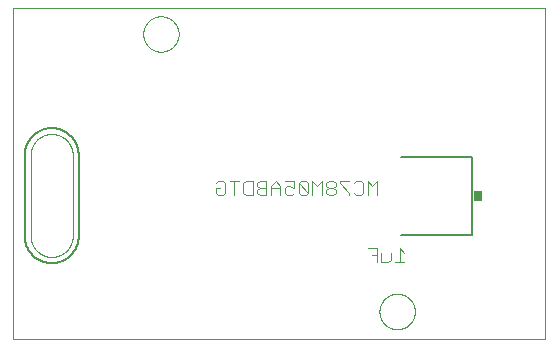
<source format=gbo>
G75*
%MOIN*%
%OFA0B0*%
%FSLAX25Y25*%
%IPPOS*%
%LPD*%
%AMOC8*
5,1,8,0,0,1.08239X$1,22.5*
%
%ADD10C,0.00000*%
%ADD11C,0.00600*%
%ADD12C,0.00200*%
%ADD13C,0.00800*%
%ADD14R,0.03000X0.03400*%
%ADD15C,0.00400*%
D10*
X0001000Y0001000D02*
X0001000Y0111236D01*
X0178165Y0111236D01*
X0178165Y0001000D01*
X0001000Y0001000D01*
X0123047Y0010055D02*
X0123049Y0010208D01*
X0123055Y0010362D01*
X0123065Y0010515D01*
X0123079Y0010667D01*
X0123097Y0010820D01*
X0123119Y0010971D01*
X0123144Y0011122D01*
X0123174Y0011273D01*
X0123208Y0011423D01*
X0123245Y0011571D01*
X0123286Y0011719D01*
X0123331Y0011865D01*
X0123380Y0012011D01*
X0123433Y0012155D01*
X0123489Y0012297D01*
X0123549Y0012438D01*
X0123613Y0012578D01*
X0123680Y0012716D01*
X0123751Y0012852D01*
X0123826Y0012986D01*
X0123903Y0013118D01*
X0123985Y0013248D01*
X0124069Y0013376D01*
X0124157Y0013502D01*
X0124248Y0013625D01*
X0124342Y0013746D01*
X0124440Y0013864D01*
X0124540Y0013980D01*
X0124644Y0014093D01*
X0124750Y0014204D01*
X0124859Y0014312D01*
X0124971Y0014417D01*
X0125085Y0014518D01*
X0125203Y0014617D01*
X0125322Y0014713D01*
X0125444Y0014806D01*
X0125569Y0014895D01*
X0125696Y0014982D01*
X0125825Y0015064D01*
X0125956Y0015144D01*
X0126089Y0015220D01*
X0126224Y0015293D01*
X0126361Y0015362D01*
X0126500Y0015427D01*
X0126640Y0015489D01*
X0126782Y0015547D01*
X0126925Y0015602D01*
X0127070Y0015653D01*
X0127216Y0015700D01*
X0127363Y0015743D01*
X0127511Y0015782D01*
X0127660Y0015818D01*
X0127810Y0015849D01*
X0127961Y0015877D01*
X0128112Y0015901D01*
X0128265Y0015921D01*
X0128417Y0015937D01*
X0128570Y0015949D01*
X0128723Y0015957D01*
X0128876Y0015961D01*
X0129030Y0015961D01*
X0129183Y0015957D01*
X0129336Y0015949D01*
X0129489Y0015937D01*
X0129641Y0015921D01*
X0129794Y0015901D01*
X0129945Y0015877D01*
X0130096Y0015849D01*
X0130246Y0015818D01*
X0130395Y0015782D01*
X0130543Y0015743D01*
X0130690Y0015700D01*
X0130836Y0015653D01*
X0130981Y0015602D01*
X0131124Y0015547D01*
X0131266Y0015489D01*
X0131406Y0015427D01*
X0131545Y0015362D01*
X0131682Y0015293D01*
X0131817Y0015220D01*
X0131950Y0015144D01*
X0132081Y0015064D01*
X0132210Y0014982D01*
X0132337Y0014895D01*
X0132462Y0014806D01*
X0132584Y0014713D01*
X0132703Y0014617D01*
X0132821Y0014518D01*
X0132935Y0014417D01*
X0133047Y0014312D01*
X0133156Y0014204D01*
X0133262Y0014093D01*
X0133366Y0013980D01*
X0133466Y0013864D01*
X0133564Y0013746D01*
X0133658Y0013625D01*
X0133749Y0013502D01*
X0133837Y0013376D01*
X0133921Y0013248D01*
X0134003Y0013118D01*
X0134080Y0012986D01*
X0134155Y0012852D01*
X0134226Y0012716D01*
X0134293Y0012578D01*
X0134357Y0012438D01*
X0134417Y0012297D01*
X0134473Y0012155D01*
X0134526Y0012011D01*
X0134575Y0011865D01*
X0134620Y0011719D01*
X0134661Y0011571D01*
X0134698Y0011423D01*
X0134732Y0011273D01*
X0134762Y0011122D01*
X0134787Y0010971D01*
X0134809Y0010820D01*
X0134827Y0010667D01*
X0134841Y0010515D01*
X0134851Y0010362D01*
X0134857Y0010208D01*
X0134859Y0010055D01*
X0134857Y0009902D01*
X0134851Y0009748D01*
X0134841Y0009595D01*
X0134827Y0009443D01*
X0134809Y0009290D01*
X0134787Y0009139D01*
X0134762Y0008988D01*
X0134732Y0008837D01*
X0134698Y0008687D01*
X0134661Y0008539D01*
X0134620Y0008391D01*
X0134575Y0008245D01*
X0134526Y0008099D01*
X0134473Y0007955D01*
X0134417Y0007813D01*
X0134357Y0007672D01*
X0134293Y0007532D01*
X0134226Y0007394D01*
X0134155Y0007258D01*
X0134080Y0007124D01*
X0134003Y0006992D01*
X0133921Y0006862D01*
X0133837Y0006734D01*
X0133749Y0006608D01*
X0133658Y0006485D01*
X0133564Y0006364D01*
X0133466Y0006246D01*
X0133366Y0006130D01*
X0133262Y0006017D01*
X0133156Y0005906D01*
X0133047Y0005798D01*
X0132935Y0005693D01*
X0132821Y0005592D01*
X0132703Y0005493D01*
X0132584Y0005397D01*
X0132462Y0005304D01*
X0132337Y0005215D01*
X0132210Y0005128D01*
X0132081Y0005046D01*
X0131950Y0004966D01*
X0131817Y0004890D01*
X0131682Y0004817D01*
X0131545Y0004748D01*
X0131406Y0004683D01*
X0131266Y0004621D01*
X0131124Y0004563D01*
X0130981Y0004508D01*
X0130836Y0004457D01*
X0130690Y0004410D01*
X0130543Y0004367D01*
X0130395Y0004328D01*
X0130246Y0004292D01*
X0130096Y0004261D01*
X0129945Y0004233D01*
X0129794Y0004209D01*
X0129641Y0004189D01*
X0129489Y0004173D01*
X0129336Y0004161D01*
X0129183Y0004153D01*
X0129030Y0004149D01*
X0128876Y0004149D01*
X0128723Y0004153D01*
X0128570Y0004161D01*
X0128417Y0004173D01*
X0128265Y0004189D01*
X0128112Y0004209D01*
X0127961Y0004233D01*
X0127810Y0004261D01*
X0127660Y0004292D01*
X0127511Y0004328D01*
X0127363Y0004367D01*
X0127216Y0004410D01*
X0127070Y0004457D01*
X0126925Y0004508D01*
X0126782Y0004563D01*
X0126640Y0004621D01*
X0126500Y0004683D01*
X0126361Y0004748D01*
X0126224Y0004817D01*
X0126089Y0004890D01*
X0125956Y0004966D01*
X0125825Y0005046D01*
X0125696Y0005128D01*
X0125569Y0005215D01*
X0125444Y0005304D01*
X0125322Y0005397D01*
X0125203Y0005493D01*
X0125085Y0005592D01*
X0124971Y0005693D01*
X0124859Y0005798D01*
X0124750Y0005906D01*
X0124644Y0006017D01*
X0124540Y0006130D01*
X0124440Y0006246D01*
X0124342Y0006364D01*
X0124248Y0006485D01*
X0124157Y0006608D01*
X0124069Y0006734D01*
X0123985Y0006862D01*
X0123903Y0006992D01*
X0123826Y0007124D01*
X0123751Y0007258D01*
X0123680Y0007394D01*
X0123613Y0007532D01*
X0123549Y0007672D01*
X0123489Y0007813D01*
X0123433Y0007955D01*
X0123380Y0008099D01*
X0123331Y0008245D01*
X0123286Y0008391D01*
X0123245Y0008539D01*
X0123208Y0008687D01*
X0123174Y0008837D01*
X0123144Y0008988D01*
X0123119Y0009139D01*
X0123097Y0009290D01*
X0123079Y0009443D01*
X0123065Y0009595D01*
X0123055Y0009748D01*
X0123049Y0009902D01*
X0123047Y0010055D01*
X0044307Y0102575D02*
X0044309Y0102728D01*
X0044315Y0102882D01*
X0044325Y0103035D01*
X0044339Y0103187D01*
X0044357Y0103340D01*
X0044379Y0103491D01*
X0044404Y0103642D01*
X0044434Y0103793D01*
X0044468Y0103943D01*
X0044505Y0104091D01*
X0044546Y0104239D01*
X0044591Y0104385D01*
X0044640Y0104531D01*
X0044693Y0104675D01*
X0044749Y0104817D01*
X0044809Y0104958D01*
X0044873Y0105098D01*
X0044940Y0105236D01*
X0045011Y0105372D01*
X0045086Y0105506D01*
X0045163Y0105638D01*
X0045245Y0105768D01*
X0045329Y0105896D01*
X0045417Y0106022D01*
X0045508Y0106145D01*
X0045602Y0106266D01*
X0045700Y0106384D01*
X0045800Y0106500D01*
X0045904Y0106613D01*
X0046010Y0106724D01*
X0046119Y0106832D01*
X0046231Y0106937D01*
X0046345Y0107038D01*
X0046463Y0107137D01*
X0046582Y0107233D01*
X0046704Y0107326D01*
X0046829Y0107415D01*
X0046956Y0107502D01*
X0047085Y0107584D01*
X0047216Y0107664D01*
X0047349Y0107740D01*
X0047484Y0107813D01*
X0047621Y0107882D01*
X0047760Y0107947D01*
X0047900Y0108009D01*
X0048042Y0108067D01*
X0048185Y0108122D01*
X0048330Y0108173D01*
X0048476Y0108220D01*
X0048623Y0108263D01*
X0048771Y0108302D01*
X0048920Y0108338D01*
X0049070Y0108369D01*
X0049221Y0108397D01*
X0049372Y0108421D01*
X0049525Y0108441D01*
X0049677Y0108457D01*
X0049830Y0108469D01*
X0049983Y0108477D01*
X0050136Y0108481D01*
X0050290Y0108481D01*
X0050443Y0108477D01*
X0050596Y0108469D01*
X0050749Y0108457D01*
X0050901Y0108441D01*
X0051054Y0108421D01*
X0051205Y0108397D01*
X0051356Y0108369D01*
X0051506Y0108338D01*
X0051655Y0108302D01*
X0051803Y0108263D01*
X0051950Y0108220D01*
X0052096Y0108173D01*
X0052241Y0108122D01*
X0052384Y0108067D01*
X0052526Y0108009D01*
X0052666Y0107947D01*
X0052805Y0107882D01*
X0052942Y0107813D01*
X0053077Y0107740D01*
X0053210Y0107664D01*
X0053341Y0107584D01*
X0053470Y0107502D01*
X0053597Y0107415D01*
X0053722Y0107326D01*
X0053844Y0107233D01*
X0053963Y0107137D01*
X0054081Y0107038D01*
X0054195Y0106937D01*
X0054307Y0106832D01*
X0054416Y0106724D01*
X0054522Y0106613D01*
X0054626Y0106500D01*
X0054726Y0106384D01*
X0054824Y0106266D01*
X0054918Y0106145D01*
X0055009Y0106022D01*
X0055097Y0105896D01*
X0055181Y0105768D01*
X0055263Y0105638D01*
X0055340Y0105506D01*
X0055415Y0105372D01*
X0055486Y0105236D01*
X0055553Y0105098D01*
X0055617Y0104958D01*
X0055677Y0104817D01*
X0055733Y0104675D01*
X0055786Y0104531D01*
X0055835Y0104385D01*
X0055880Y0104239D01*
X0055921Y0104091D01*
X0055958Y0103943D01*
X0055992Y0103793D01*
X0056022Y0103642D01*
X0056047Y0103491D01*
X0056069Y0103340D01*
X0056087Y0103187D01*
X0056101Y0103035D01*
X0056111Y0102882D01*
X0056117Y0102728D01*
X0056119Y0102575D01*
X0056117Y0102422D01*
X0056111Y0102268D01*
X0056101Y0102115D01*
X0056087Y0101963D01*
X0056069Y0101810D01*
X0056047Y0101659D01*
X0056022Y0101508D01*
X0055992Y0101357D01*
X0055958Y0101207D01*
X0055921Y0101059D01*
X0055880Y0100911D01*
X0055835Y0100765D01*
X0055786Y0100619D01*
X0055733Y0100475D01*
X0055677Y0100333D01*
X0055617Y0100192D01*
X0055553Y0100052D01*
X0055486Y0099914D01*
X0055415Y0099778D01*
X0055340Y0099644D01*
X0055263Y0099512D01*
X0055181Y0099382D01*
X0055097Y0099254D01*
X0055009Y0099128D01*
X0054918Y0099005D01*
X0054824Y0098884D01*
X0054726Y0098766D01*
X0054626Y0098650D01*
X0054522Y0098537D01*
X0054416Y0098426D01*
X0054307Y0098318D01*
X0054195Y0098213D01*
X0054081Y0098112D01*
X0053963Y0098013D01*
X0053844Y0097917D01*
X0053722Y0097824D01*
X0053597Y0097735D01*
X0053470Y0097648D01*
X0053341Y0097566D01*
X0053210Y0097486D01*
X0053077Y0097410D01*
X0052942Y0097337D01*
X0052805Y0097268D01*
X0052666Y0097203D01*
X0052526Y0097141D01*
X0052384Y0097083D01*
X0052241Y0097028D01*
X0052096Y0096977D01*
X0051950Y0096930D01*
X0051803Y0096887D01*
X0051655Y0096848D01*
X0051506Y0096812D01*
X0051356Y0096781D01*
X0051205Y0096753D01*
X0051054Y0096729D01*
X0050901Y0096709D01*
X0050749Y0096693D01*
X0050596Y0096681D01*
X0050443Y0096673D01*
X0050290Y0096669D01*
X0050136Y0096669D01*
X0049983Y0096673D01*
X0049830Y0096681D01*
X0049677Y0096693D01*
X0049525Y0096709D01*
X0049372Y0096729D01*
X0049221Y0096753D01*
X0049070Y0096781D01*
X0048920Y0096812D01*
X0048771Y0096848D01*
X0048623Y0096887D01*
X0048476Y0096930D01*
X0048330Y0096977D01*
X0048185Y0097028D01*
X0048042Y0097083D01*
X0047900Y0097141D01*
X0047760Y0097203D01*
X0047621Y0097268D01*
X0047484Y0097337D01*
X0047349Y0097410D01*
X0047216Y0097486D01*
X0047085Y0097566D01*
X0046956Y0097648D01*
X0046829Y0097735D01*
X0046704Y0097824D01*
X0046582Y0097917D01*
X0046463Y0098013D01*
X0046345Y0098112D01*
X0046231Y0098213D01*
X0046119Y0098318D01*
X0046010Y0098426D01*
X0045904Y0098537D01*
X0045800Y0098650D01*
X0045700Y0098766D01*
X0045602Y0098884D01*
X0045508Y0099005D01*
X0045417Y0099128D01*
X0045329Y0099254D01*
X0045245Y0099382D01*
X0045163Y0099512D01*
X0045086Y0099644D01*
X0045011Y0099778D01*
X0044940Y0099914D01*
X0044873Y0100052D01*
X0044809Y0100192D01*
X0044749Y0100333D01*
X0044693Y0100475D01*
X0044640Y0100619D01*
X0044591Y0100765D01*
X0044546Y0100911D01*
X0044505Y0101059D01*
X0044468Y0101207D01*
X0044434Y0101357D01*
X0044404Y0101508D01*
X0044379Y0101659D01*
X0044357Y0101810D01*
X0044339Y0101963D01*
X0044325Y0102115D01*
X0044315Y0102268D01*
X0044309Y0102422D01*
X0044307Y0102575D01*
D11*
X0022795Y0062256D02*
X0022795Y0035256D01*
X0022792Y0035037D01*
X0022784Y0034818D01*
X0022771Y0034599D01*
X0022752Y0034381D01*
X0022728Y0034163D01*
X0022699Y0033946D01*
X0022665Y0033729D01*
X0022625Y0033514D01*
X0022580Y0033299D01*
X0022529Y0033086D01*
X0022474Y0032874D01*
X0022413Y0032663D01*
X0022348Y0032454D01*
X0022277Y0032247D01*
X0022201Y0032041D01*
X0022120Y0031837D01*
X0022035Y0031635D01*
X0021944Y0031436D01*
X0021849Y0031239D01*
X0021748Y0031044D01*
X0021643Y0030851D01*
X0021534Y0030661D01*
X0021420Y0030474D01*
X0021301Y0030290D01*
X0021178Y0030109D01*
X0021050Y0029931D01*
X0020918Y0029755D01*
X0020782Y0029584D01*
X0020642Y0029415D01*
X0020498Y0029250D01*
X0020350Y0029089D01*
X0020198Y0028931D01*
X0020042Y0028777D01*
X0019882Y0028627D01*
X0019719Y0028480D01*
X0019552Y0028338D01*
X0019382Y0028200D01*
X0019208Y0028066D01*
X0019032Y0027936D01*
X0018852Y0027811D01*
X0018669Y0027690D01*
X0018483Y0027574D01*
X0018295Y0027462D01*
X0018104Y0027355D01*
X0017910Y0027252D01*
X0017714Y0027154D01*
X0017516Y0027061D01*
X0017315Y0026973D01*
X0017112Y0026890D01*
X0016907Y0026811D01*
X0016701Y0026738D01*
X0016493Y0026670D01*
X0016283Y0026607D01*
X0016071Y0026549D01*
X0015859Y0026496D01*
X0015645Y0026448D01*
X0015430Y0026406D01*
X0015214Y0026369D01*
X0014997Y0026337D01*
X0014779Y0026310D01*
X0014561Y0026289D01*
X0014343Y0026273D01*
X0014124Y0026262D01*
X0013905Y0026257D01*
X0013685Y0026257D01*
X0013466Y0026262D01*
X0013247Y0026273D01*
X0013029Y0026289D01*
X0012811Y0026310D01*
X0012593Y0026337D01*
X0012376Y0026369D01*
X0012160Y0026406D01*
X0011945Y0026448D01*
X0011731Y0026496D01*
X0011519Y0026549D01*
X0011307Y0026607D01*
X0011097Y0026670D01*
X0010889Y0026738D01*
X0010683Y0026811D01*
X0010478Y0026890D01*
X0010275Y0026973D01*
X0010074Y0027061D01*
X0009876Y0027154D01*
X0009680Y0027252D01*
X0009486Y0027355D01*
X0009295Y0027462D01*
X0009107Y0027574D01*
X0008921Y0027690D01*
X0008738Y0027811D01*
X0008558Y0027936D01*
X0008382Y0028066D01*
X0008208Y0028200D01*
X0008038Y0028338D01*
X0007871Y0028480D01*
X0007708Y0028627D01*
X0007548Y0028777D01*
X0007392Y0028931D01*
X0007240Y0029089D01*
X0007092Y0029250D01*
X0006948Y0029415D01*
X0006808Y0029584D01*
X0006672Y0029755D01*
X0006540Y0029931D01*
X0006412Y0030109D01*
X0006289Y0030290D01*
X0006170Y0030474D01*
X0006056Y0030661D01*
X0005947Y0030851D01*
X0005842Y0031044D01*
X0005741Y0031239D01*
X0005646Y0031436D01*
X0005555Y0031635D01*
X0005470Y0031837D01*
X0005389Y0032041D01*
X0005313Y0032247D01*
X0005242Y0032454D01*
X0005177Y0032663D01*
X0005116Y0032874D01*
X0005061Y0033086D01*
X0005010Y0033299D01*
X0004965Y0033514D01*
X0004925Y0033729D01*
X0004891Y0033946D01*
X0004862Y0034163D01*
X0004838Y0034381D01*
X0004819Y0034599D01*
X0004806Y0034818D01*
X0004798Y0035037D01*
X0004795Y0035256D01*
X0004795Y0062256D01*
X0004798Y0062475D01*
X0004806Y0062694D01*
X0004819Y0062913D01*
X0004838Y0063131D01*
X0004862Y0063349D01*
X0004891Y0063566D01*
X0004925Y0063783D01*
X0004965Y0063998D01*
X0005010Y0064213D01*
X0005061Y0064426D01*
X0005116Y0064638D01*
X0005177Y0064849D01*
X0005242Y0065058D01*
X0005313Y0065265D01*
X0005389Y0065471D01*
X0005470Y0065675D01*
X0005555Y0065877D01*
X0005646Y0066076D01*
X0005741Y0066273D01*
X0005842Y0066468D01*
X0005947Y0066661D01*
X0006056Y0066851D01*
X0006170Y0067038D01*
X0006289Y0067222D01*
X0006412Y0067403D01*
X0006540Y0067581D01*
X0006672Y0067757D01*
X0006808Y0067928D01*
X0006948Y0068097D01*
X0007092Y0068262D01*
X0007240Y0068423D01*
X0007392Y0068581D01*
X0007548Y0068735D01*
X0007708Y0068885D01*
X0007871Y0069032D01*
X0008038Y0069174D01*
X0008208Y0069312D01*
X0008382Y0069446D01*
X0008558Y0069576D01*
X0008738Y0069701D01*
X0008921Y0069822D01*
X0009107Y0069938D01*
X0009295Y0070050D01*
X0009486Y0070157D01*
X0009680Y0070260D01*
X0009876Y0070358D01*
X0010074Y0070451D01*
X0010275Y0070539D01*
X0010478Y0070622D01*
X0010683Y0070701D01*
X0010889Y0070774D01*
X0011097Y0070842D01*
X0011307Y0070905D01*
X0011519Y0070963D01*
X0011731Y0071016D01*
X0011945Y0071064D01*
X0012160Y0071106D01*
X0012376Y0071143D01*
X0012593Y0071175D01*
X0012811Y0071202D01*
X0013029Y0071223D01*
X0013247Y0071239D01*
X0013466Y0071250D01*
X0013685Y0071255D01*
X0013905Y0071255D01*
X0014124Y0071250D01*
X0014343Y0071239D01*
X0014561Y0071223D01*
X0014779Y0071202D01*
X0014997Y0071175D01*
X0015214Y0071143D01*
X0015430Y0071106D01*
X0015645Y0071064D01*
X0015859Y0071016D01*
X0016071Y0070963D01*
X0016283Y0070905D01*
X0016493Y0070842D01*
X0016701Y0070774D01*
X0016907Y0070701D01*
X0017112Y0070622D01*
X0017315Y0070539D01*
X0017516Y0070451D01*
X0017714Y0070358D01*
X0017910Y0070260D01*
X0018104Y0070157D01*
X0018295Y0070050D01*
X0018483Y0069938D01*
X0018669Y0069822D01*
X0018852Y0069701D01*
X0019032Y0069576D01*
X0019208Y0069446D01*
X0019382Y0069312D01*
X0019552Y0069174D01*
X0019719Y0069032D01*
X0019882Y0068885D01*
X0020042Y0068735D01*
X0020198Y0068581D01*
X0020350Y0068423D01*
X0020498Y0068262D01*
X0020642Y0068097D01*
X0020782Y0067928D01*
X0020918Y0067757D01*
X0021050Y0067581D01*
X0021178Y0067403D01*
X0021301Y0067222D01*
X0021420Y0067038D01*
X0021534Y0066851D01*
X0021643Y0066661D01*
X0021748Y0066468D01*
X0021849Y0066273D01*
X0021944Y0066076D01*
X0022035Y0065877D01*
X0022120Y0065675D01*
X0022201Y0065471D01*
X0022277Y0065265D01*
X0022348Y0065058D01*
X0022413Y0064849D01*
X0022474Y0064638D01*
X0022529Y0064426D01*
X0022580Y0064213D01*
X0022625Y0063998D01*
X0022665Y0063783D01*
X0022699Y0063566D01*
X0022728Y0063349D01*
X0022752Y0063131D01*
X0022771Y0062913D01*
X0022784Y0062694D01*
X0022792Y0062475D01*
X0022795Y0062256D01*
D12*
X0020795Y0062256D02*
X0020795Y0035256D01*
X0020793Y0035086D01*
X0020787Y0034915D01*
X0020776Y0034745D01*
X0020762Y0034575D01*
X0020743Y0034406D01*
X0020720Y0034237D01*
X0020694Y0034068D01*
X0020663Y0033901D01*
X0020628Y0033734D01*
X0020588Y0033568D01*
X0020545Y0033403D01*
X0020498Y0033239D01*
X0020447Y0033077D01*
X0020392Y0032915D01*
X0020333Y0032755D01*
X0020270Y0032597D01*
X0020204Y0032440D01*
X0020133Y0032285D01*
X0020059Y0032131D01*
X0019981Y0031980D01*
X0019899Y0031830D01*
X0019814Y0031682D01*
X0019725Y0031537D01*
X0019633Y0031394D01*
X0019537Y0031253D01*
X0019438Y0031114D01*
X0019335Y0030978D01*
X0019230Y0030844D01*
X0019121Y0030713D01*
X0019008Y0030585D01*
X0018893Y0030459D01*
X0018775Y0030336D01*
X0018654Y0030217D01*
X0018529Y0030100D01*
X0018402Y0029986D01*
X0018273Y0029875D01*
X0018140Y0029768D01*
X0018005Y0029664D01*
X0017868Y0029563D01*
X0017728Y0029465D01*
X0017586Y0029371D01*
X0017442Y0029281D01*
X0017295Y0029194D01*
X0017146Y0029110D01*
X0016996Y0029031D01*
X0016843Y0028955D01*
X0016689Y0028882D01*
X0016533Y0028814D01*
X0016375Y0028749D01*
X0016216Y0028688D01*
X0016055Y0028631D01*
X0015893Y0028578D01*
X0015730Y0028529D01*
X0015566Y0028484D01*
X0015400Y0028443D01*
X0015234Y0028405D01*
X0015066Y0028372D01*
X0014898Y0028344D01*
X0014730Y0028319D01*
X0014561Y0028298D01*
X0014391Y0028281D01*
X0014221Y0028269D01*
X0014051Y0028261D01*
X0013880Y0028257D01*
X0013710Y0028257D01*
X0013539Y0028261D01*
X0013369Y0028269D01*
X0013199Y0028281D01*
X0013029Y0028298D01*
X0012860Y0028319D01*
X0012692Y0028344D01*
X0012524Y0028372D01*
X0012356Y0028405D01*
X0012190Y0028443D01*
X0012024Y0028484D01*
X0011860Y0028529D01*
X0011697Y0028578D01*
X0011535Y0028631D01*
X0011374Y0028688D01*
X0011215Y0028749D01*
X0011057Y0028814D01*
X0010901Y0028882D01*
X0010747Y0028955D01*
X0010594Y0029031D01*
X0010444Y0029110D01*
X0010295Y0029194D01*
X0010148Y0029281D01*
X0010004Y0029371D01*
X0009862Y0029465D01*
X0009722Y0029563D01*
X0009585Y0029664D01*
X0009450Y0029768D01*
X0009317Y0029875D01*
X0009188Y0029986D01*
X0009061Y0030100D01*
X0008936Y0030217D01*
X0008815Y0030336D01*
X0008697Y0030459D01*
X0008582Y0030585D01*
X0008469Y0030713D01*
X0008360Y0030844D01*
X0008255Y0030978D01*
X0008152Y0031114D01*
X0008053Y0031253D01*
X0007957Y0031394D01*
X0007865Y0031537D01*
X0007776Y0031682D01*
X0007691Y0031830D01*
X0007609Y0031980D01*
X0007531Y0032131D01*
X0007457Y0032285D01*
X0007386Y0032440D01*
X0007320Y0032597D01*
X0007257Y0032755D01*
X0007198Y0032915D01*
X0007143Y0033077D01*
X0007092Y0033239D01*
X0007045Y0033403D01*
X0007002Y0033568D01*
X0006962Y0033734D01*
X0006927Y0033901D01*
X0006896Y0034068D01*
X0006870Y0034237D01*
X0006847Y0034406D01*
X0006828Y0034575D01*
X0006814Y0034745D01*
X0006803Y0034915D01*
X0006797Y0035086D01*
X0006795Y0035256D01*
X0006795Y0062256D01*
X0006797Y0062426D01*
X0006803Y0062597D01*
X0006814Y0062767D01*
X0006828Y0062937D01*
X0006847Y0063106D01*
X0006870Y0063275D01*
X0006896Y0063444D01*
X0006927Y0063611D01*
X0006962Y0063778D01*
X0007002Y0063944D01*
X0007045Y0064109D01*
X0007092Y0064273D01*
X0007143Y0064435D01*
X0007198Y0064597D01*
X0007257Y0064757D01*
X0007320Y0064915D01*
X0007386Y0065072D01*
X0007457Y0065227D01*
X0007531Y0065381D01*
X0007609Y0065532D01*
X0007691Y0065682D01*
X0007776Y0065830D01*
X0007865Y0065975D01*
X0007957Y0066118D01*
X0008053Y0066259D01*
X0008152Y0066398D01*
X0008255Y0066534D01*
X0008360Y0066668D01*
X0008469Y0066799D01*
X0008582Y0066927D01*
X0008697Y0067053D01*
X0008815Y0067176D01*
X0008936Y0067295D01*
X0009061Y0067412D01*
X0009188Y0067526D01*
X0009317Y0067637D01*
X0009450Y0067744D01*
X0009585Y0067848D01*
X0009722Y0067949D01*
X0009862Y0068047D01*
X0010004Y0068141D01*
X0010148Y0068231D01*
X0010295Y0068318D01*
X0010444Y0068402D01*
X0010594Y0068481D01*
X0010747Y0068557D01*
X0010901Y0068630D01*
X0011057Y0068698D01*
X0011215Y0068763D01*
X0011374Y0068824D01*
X0011535Y0068881D01*
X0011697Y0068934D01*
X0011860Y0068983D01*
X0012024Y0069028D01*
X0012190Y0069069D01*
X0012356Y0069107D01*
X0012524Y0069140D01*
X0012692Y0069168D01*
X0012860Y0069193D01*
X0013029Y0069214D01*
X0013199Y0069231D01*
X0013369Y0069243D01*
X0013539Y0069251D01*
X0013710Y0069255D01*
X0013880Y0069255D01*
X0014051Y0069251D01*
X0014221Y0069243D01*
X0014391Y0069231D01*
X0014561Y0069214D01*
X0014730Y0069193D01*
X0014898Y0069168D01*
X0015066Y0069140D01*
X0015234Y0069107D01*
X0015400Y0069069D01*
X0015566Y0069028D01*
X0015730Y0068983D01*
X0015893Y0068934D01*
X0016055Y0068881D01*
X0016216Y0068824D01*
X0016375Y0068763D01*
X0016533Y0068698D01*
X0016689Y0068630D01*
X0016843Y0068557D01*
X0016996Y0068481D01*
X0017146Y0068402D01*
X0017295Y0068318D01*
X0017442Y0068231D01*
X0017586Y0068141D01*
X0017728Y0068047D01*
X0017868Y0067949D01*
X0018005Y0067848D01*
X0018140Y0067744D01*
X0018273Y0067637D01*
X0018402Y0067526D01*
X0018529Y0067412D01*
X0018654Y0067295D01*
X0018775Y0067176D01*
X0018893Y0067053D01*
X0019008Y0066927D01*
X0019121Y0066799D01*
X0019230Y0066668D01*
X0019335Y0066534D01*
X0019438Y0066398D01*
X0019537Y0066259D01*
X0019633Y0066118D01*
X0019725Y0065975D01*
X0019814Y0065830D01*
X0019899Y0065682D01*
X0019981Y0065532D01*
X0020059Y0065381D01*
X0020133Y0065227D01*
X0020204Y0065072D01*
X0020270Y0064915D01*
X0020333Y0064757D01*
X0020392Y0064597D01*
X0020447Y0064435D01*
X0020498Y0064273D01*
X0020545Y0064109D01*
X0020588Y0063944D01*
X0020628Y0063778D01*
X0020663Y0063611D01*
X0020694Y0063444D01*
X0020720Y0063275D01*
X0020743Y0063106D01*
X0020762Y0062937D01*
X0020776Y0062767D01*
X0020787Y0062597D01*
X0020793Y0062426D01*
X0020795Y0062256D01*
D13*
X0130388Y0061538D02*
X0153988Y0061539D01*
X0153988Y0035736D01*
X0130388Y0035738D01*
D14*
X0155888Y0048638D03*
D15*
X0131391Y0029702D02*
X0129856Y0031237D01*
X0129856Y0026633D01*
X0131391Y0026633D02*
X0128321Y0026633D01*
X0126787Y0027400D02*
X0126019Y0026633D01*
X0123717Y0026633D01*
X0123717Y0029702D01*
X0122183Y0028935D02*
X0120648Y0028935D01*
X0122183Y0031237D02*
X0119113Y0031237D01*
X0122183Y0031237D02*
X0122183Y0026633D01*
X0126787Y0027400D02*
X0126787Y0029702D01*
X0122217Y0048917D02*
X0122217Y0053520D01*
X0120683Y0051986D01*
X0119148Y0053520D01*
X0119148Y0048917D01*
X0117613Y0049684D02*
X0116846Y0048917D01*
X0115311Y0048917D01*
X0114544Y0049684D01*
X0113009Y0049684D02*
X0113009Y0048917D01*
X0113009Y0049684D02*
X0109940Y0052753D01*
X0109940Y0053520D01*
X0113009Y0053520D01*
X0114544Y0052753D02*
X0115311Y0053520D01*
X0116846Y0053520D01*
X0117613Y0052753D01*
X0117613Y0049684D01*
X0108406Y0049684D02*
X0107638Y0048917D01*
X0106104Y0048917D01*
X0105336Y0049684D01*
X0105336Y0050451D01*
X0106104Y0051218D01*
X0107638Y0051218D01*
X0108406Y0051986D01*
X0108406Y0052753D01*
X0107638Y0053520D01*
X0106104Y0053520D01*
X0105336Y0052753D01*
X0105336Y0051986D01*
X0106104Y0051218D01*
X0107638Y0051218D02*
X0108406Y0050451D01*
X0108406Y0049684D01*
X0103802Y0048917D02*
X0103802Y0053520D01*
X0102267Y0051986D01*
X0100732Y0053520D01*
X0100732Y0048917D01*
X0099198Y0049684D02*
X0096128Y0052753D01*
X0096128Y0049684D01*
X0096896Y0048917D01*
X0098430Y0048917D01*
X0099198Y0049684D01*
X0099198Y0052753D01*
X0098430Y0053520D01*
X0096896Y0053520D01*
X0096128Y0052753D01*
X0094594Y0053520D02*
X0094594Y0051218D01*
X0093059Y0051986D01*
X0092292Y0051986D01*
X0091524Y0051218D01*
X0091524Y0049684D01*
X0092292Y0048917D01*
X0093826Y0048917D01*
X0094594Y0049684D01*
X0089990Y0048917D02*
X0089990Y0051986D01*
X0088455Y0053520D01*
X0086921Y0051986D01*
X0086921Y0048917D01*
X0085386Y0048917D02*
X0083084Y0048917D01*
X0082317Y0049684D01*
X0082317Y0050451D01*
X0083084Y0051218D01*
X0085386Y0051218D01*
X0086921Y0051218D02*
X0089990Y0051218D01*
X0091524Y0053520D02*
X0094594Y0053520D01*
X0085386Y0053520D02*
X0085386Y0048917D01*
X0083084Y0051218D02*
X0082317Y0051986D01*
X0082317Y0052753D01*
X0083084Y0053520D01*
X0085386Y0053520D01*
X0080782Y0053520D02*
X0078480Y0053520D01*
X0077713Y0052753D01*
X0077713Y0049684D01*
X0078480Y0048917D01*
X0080782Y0048917D01*
X0080782Y0053520D01*
X0076178Y0053520D02*
X0073109Y0053520D01*
X0074643Y0053520D02*
X0074643Y0048917D01*
X0071574Y0049684D02*
X0070807Y0048917D01*
X0069272Y0048917D01*
X0068505Y0049684D01*
X0068505Y0051218D01*
X0070040Y0051218D01*
X0071574Y0049684D02*
X0071574Y0052753D01*
X0070807Y0053520D01*
X0069272Y0053520D01*
X0068505Y0052753D01*
M02*

</source>
